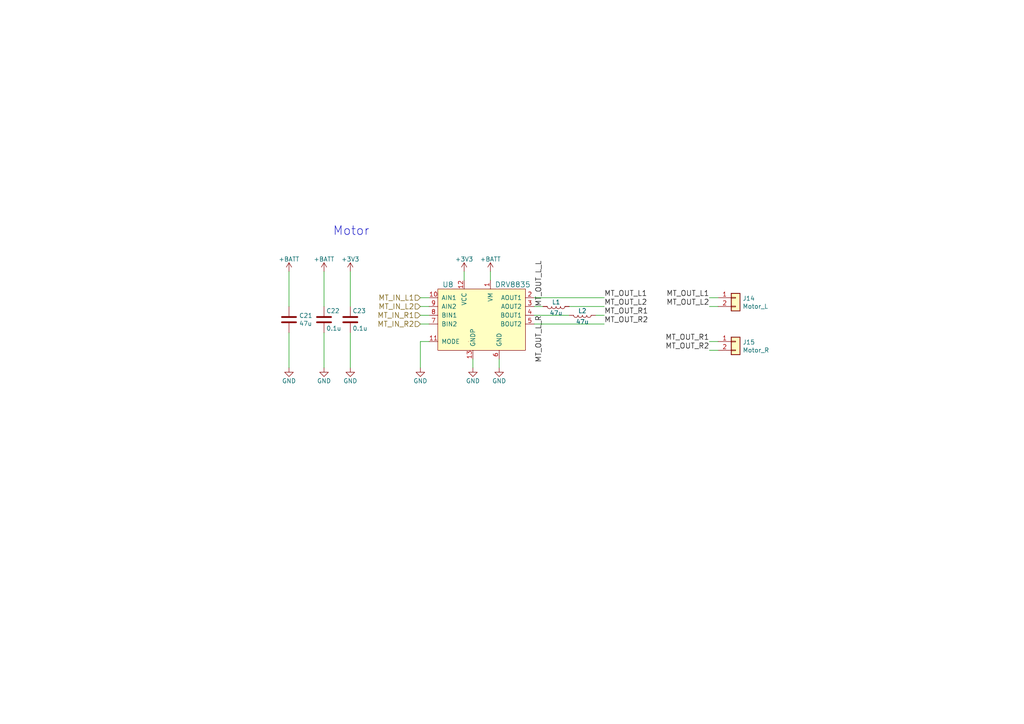
<source format=kicad_sch>
(kicad_sch (version 20230121) (generator eeschema)
  (paper "A4")
  (lib_symbols
    (symbol "KERISE-rescue:+3.3V-power-KERISE-rescue-KERISE-rescue" (power) (pin_names (offset 0))
      (property "Value" "+3.3V-power-KERISE-rescue-KERISE-rescue" (at 0 3.556 0))
      (symbol "+3.3V-power-KERISE-rescue-KERISE-rescue_0_1"
        (polyline (pts (xy -0.762 1.27) (xy 0 2.54)))
        (polyline (pts (xy 0 0) (xy 0 2.54)))
        (polyline (pts (xy 0 2.54) (xy 0.762 1.27)))
      )
      (symbol "+3.3V-power-KERISE-rescue-KERISE-rescue_1_1"
        (pin power_in line (at 0 0 90) (length 0) hide (name "+3V3") (number "1"))
      )
    )
    (symbol "KERISE-rescue:+BATT-power-KERISE-rescue-KERISE-rescue" (power) (pin_names (offset 0))
      (property "Value" "+BATT-power-KERISE-rescue-KERISE-rescue" (at 0 3.556 0))
      (symbol "+BATT-power-KERISE-rescue-KERISE-rescue_0_1"
        (polyline (pts (xy -0.762 1.27) (xy 0 2.54)))
        (polyline (pts (xy 0 0) (xy 0 2.54)))
        (polyline (pts (xy 0 2.54) (xy 0.762 1.27)))
      )
      (symbol "+BATT-power-KERISE-rescue-KERISE-rescue_1_1"
        (pin power_in line (at 0 0 90) (length 0) hide (name "+BATT") (number "1"))
      )
    )
    (symbol "KERISE-rescue:C-Device-KERISE-rescue-KERISE-rescue" (pin_numbers hide) (pin_names (offset 0.254))
      (property "Reference" "C" (at 0.635 2.54 0))
      (property "Value" "C-Device-KERISE-rescue-KERISE-rescue" (at 0.635 -2.54 0))
      (symbol "C-Device-KERISE-rescue-KERISE-rescue_0_1"
        (polyline (pts (xy -2.032 -0.762) (xy 2.032 -0.762)) (stroke (width 0.508)))
        (polyline (pts (xy -2.032 0.762) (xy 2.032 0.762)) (stroke (width 0.508)))
      )
      (symbol "C-Device-KERISE-rescue-KERISE-rescue_1_1"
        (pin passive line (at 0 3.81 270) (length 2.794) (name "~") (number "1"))
        (pin passive line (at 0 -3.81 90) (length 2.794) (name "~") (number "2"))
      )
    )
    (symbol "KERISE-rescue:Conn_01x02-Connector_Generic-KERISE-rescue-KERISE-rescue" (pin_names (offset 1.016) hide)
      (property "Reference" "J" (at 0 2.54 0))
      (property "Value" "Conn_01x02-Connector_Generic-KERISE-rescue-KERISE-rescue" (at 0 -5.08 0))
      (symbol "Conn_01x02-Connector_Generic-KERISE-rescue-KERISE-rescue_1_1"
        (rectangle (start -1.27 -2.413) (end 0 -2.667) (stroke (width 0.1524)))
        (rectangle (start -1.27 0.127) (end 0 -0.127) (stroke (width 0.1524)))
        (rectangle (start -1.27 1.27) (end 1.27 -3.81) (stroke (width 0.254)) (fill (type background)))
        (pin passive line (at -5.08 0 0) (length 3.81) (name "Pin_1") (number "1"))
        (pin passive line (at -5.08 -2.54 0) (length 3.81) (name "Pin_2") (number "2"))
      )
    )
    (symbol "KERISE-rescue:GND-power-KERISE-rescue-KERISE-rescue" (power) (pin_names (offset 0))
      (property "Value" "GND-power-KERISE-rescue-KERISE-rescue" (at 0 -3.81 0))
      (symbol "GND-power-KERISE-rescue-KERISE-rescue_0_1"
        (polyline (pts (xy 0 0) (xy 0 -1.27) (xy 1.27 -1.27) (xy 0 -2.54) (xy -1.27 -1.27) (xy 0 -1.27)))
      )
      (symbol "GND-power-KERISE-rescue-KERISE-rescue_1_1"
        (pin power_in line (at 0 0 270) (length 0) hide (name "GND") (number "1"))
      )
    )
    (symbol "KERISE-rescue:L-Device-KERISE-rescue-KERISE-rescue" (pin_numbers hide) (pin_names (offset 1.016) hide)
      (property "Reference" "L" (at -1.27 0 90))
      (property "Value" "L-Device-KERISE-rescue-KERISE-rescue" (at 1.905 0 90))
      (symbol "L-Device-KERISE-rescue-KERISE-rescue_0_1"
        (arc (start 0 -2.54) (mid 0.6323 -1.905) (end 0 -1.27))
        (arc (start 0 -1.27) (mid 0.6323 -0.635) (end 0 0))
        (arc (start 0 0) (mid 0.6323 0.635) (end 0 1.27))
        (arc (start 0 1.27) (mid 0.6323 1.905) (end 0 2.54))
      )
      (symbol "L-Device-KERISE-rescue-KERISE-rescue_1_1"
        (pin passive line (at 0 3.81 270) (length 1.27) (name "1") (number "1"))
        (pin passive line (at 0 -3.81 90) (length 1.27) (name "2") (number "2"))
      )
    )
    (symbol "KERISE:DRV8835" (pin_names (offset 1.016))
      (property "Reference" "U" (at -11.43 8.89 0))
      (property "Value" "DRV8835" (at 3.81 8.89 0))
      (symbol "DRV8835_0_1"
        (rectangle (start -12.7 7.62) (end 12.7 -10.16) (fill (type background)))
        (rectangle (start -3.81 -7.62) (end -3.81 -7.62))
      )
      (symbol "DRV8835_1_1"
        (pin power_in line (at 2.54 10.16 270) (length 2.54) (name "VM") (number "1"))
        (pin input line (at -15.24 5.08 0) (length 2.54) (name "AIN1") (number "10"))
        (pin input line (at -15.24 -7.62 0) (length 2.54) (name "MODE") (number "11"))
        (pin power_in line (at -5.08 10.16 270) (length 2.54) (name "VCC") (number "12"))
        (pin power_in line (at -2.54 -12.7 90) (length 2.54) (name "GNDP") (number "13"))
        (pin passive line (at 15.24 5.08 180) (length 2.54) (name "AOUT1") (number "2"))
        (pin passive line (at 15.24 2.54 180) (length 2.54) (name "AOUT2") (number "3"))
        (pin passive line (at 15.24 0 180) (length 2.54) (name "BOUT1") (number "4"))
        (pin passive line (at 15.24 -2.54 180) (length 2.54) (name "BOUT2") (number "5"))
        (pin power_in line (at 5.08 -12.7 90) (length 2.54) (name "GND") (number "6"))
        (pin input line (at -15.24 -2.54 0) (length 2.54) (name "BIN2") (number "7"))
        (pin input line (at -15.24 0 0) (length 2.54) (name "BIN1") (number "8"))
        (pin input line (at -15.24 2.54 0) (length 2.54) (name "AIN2") (number "9"))
      )
    )
  )
  (wire (pts (xy 154.94 93.98) (xy 175.26 93.98)))
  (wire (pts (xy 101.6 88.9) (xy 101.6 78.74)))
  (wire (pts (xy 208.28 88.9) (xy 205.74 88.9)))
  (wire (pts (xy 208.28 99.06) (xy 205.74 99.06)))
  (wire (pts (xy 134.62 78.74) (xy 134.62 81.28)))
  (wire (pts (xy 121.92 86.36) (xy 124.46 86.36)))
  (wire (pts (xy 124.46 93.98) (xy 121.92 93.98)))
  (wire (pts (xy 205.74 101.6) (xy 208.28 101.6)))
  (wire (pts (xy 83.82 78.74) (xy 83.82 88.9)))
  (wire (pts (xy 121.92 106.68) (xy 121.92 99.06)))
  (wire (pts (xy 137.16 106.68) (xy 137.16 104.14)))
  (wire (pts (xy 83.82 106.68) (xy 83.82 96.52)))
  (wire (pts (xy 124.46 88.9) (xy 121.92 88.9)))
  (wire (pts (xy 154.94 86.36) (xy 175.26 86.36)))
  (wire (pts (xy 154.94 91.44) (xy 165.1 91.44)))
  (wire (pts (xy 93.98 106.68) (xy 93.98 96.52)))
  (wire (pts (xy 121.92 91.44) (xy 124.46 91.44)))
  (wire (pts (xy 157.48 88.9) (xy 154.94 88.9)))
  (wire (pts (xy 165.1 88.9) (xy 175.26 88.9)))
  (wire (pts (xy 144.78 106.68) (xy 144.78 104.14)))
  (wire (pts (xy 121.92 99.06) (xy 124.46 99.06)))
  (wire (pts (xy 205.74 86.36) (xy 208.28 86.36)))
  (wire (pts (xy 142.24 78.74) (xy 142.24 81.28)))
  (wire (pts (xy 101.6 96.52) (xy 101.6 106.68)))
  (wire (pts (xy 172.72 91.44) (xy 175.26 91.44)))
  (wire (pts (xy 93.98 88.9) (xy 93.98 78.74)))
  (text "Motor" (at 96.52 68.58 0) (effects (font (size 2.54 2.54)) (justify left bottom)))
  (label "MT_OUT_R2" (at 175.26 93.98 0) (effects (font (size 1.524 1.524))))
  (label "MT_OUT_L_R" (at 157.48 91.44 270) (effects (font (size 1.524 1.524))))
  (label "MT_OUT_R1" (at 175.26 91.44 0) (effects (font (size 1.524 1.524))))
  (label "MT_OUT_L_L" (at 157.48 88.9 90) (effects (font (size 1.524 1.524))))
  (label "MT_OUT_L1" (at 175.26 86.36 0) (effects (font (size 1.524 1.524))))
  (label "MT_OUT_L1" (at 205.74 86.36 180) (effects (font (size 1.524 1.524))))
  (label "MT_OUT_R1" (at 205.74 99.06 180) (effects (font (size 1.524 1.524))))
  (label "MT_OUT_L2" (at 205.74 88.9 180) (effects (font (size 1.524 1.524))))
  (label "MT_OUT_L2" (at 175.26 88.9 0) (effects (font (size 1.524 1.524))))
  (label "MT_OUT_R2" (at 205.74 101.6 180) (effects (font (size 1.524 1.524))))
  (hierarchical_label "MT_IN_L1" (shape input) (at 121.92 86.36 180) (effects (font (size 1.524 1.524))))
  (hierarchical_label "MT_IN_R2" (shape input) (at 121.92 93.98 180) (effects (font (size 1.524 1.524))))
  (hierarchical_label "MT_IN_L2" (shape input) (at 121.92 88.9 180) (effects (font (size 1.524 1.524))))
  (hierarchical_label "MT_IN_R1" (shape input) (at 121.92 91.44 180) (effects (font (size 1.524 1.524))))
  (symbol (lib_id "KERISE:DRV8835") (at 139.7 91.44 0) (unit 1)
    (property "Reference" "U8" (at 128.27 82.55 0) (effects (font (size 1.524 1.524)) (justify left)))
    (property "Value" "DRV8835" (at 143.51 82.55 0) (effects (font (size 1.524 1.524)) (justify left)))
    (property "Footprint" "mouse:DRV8835" (effects hide))
  )
  (symbol (lib_id "KERISE-rescue:GND-power-KERISE-rescue-KERISE-rescue") (at 121.92 106.68 0) (unit 1)
    (property "Reference" "#PWR061" (effects hide))
    (property "Value" "GND" (at 121.92 110.49 0))
  )
  (symbol (lib_id "KERISE-rescue:C-Device-KERISE-rescue-KERISE-rescue") (at 101.6 92.71 0) (unit 1)
    (property "Reference" "C23" (at 102.235 90.17 0) (effects (justify left)))
    (property "Value" "0.1u" (at 102.235 95.25 0) (effects (justify left)))
    (property "Footprint" "Capacitor_SMD:C_0201_0603Metric" (effects hide))
  )
  (symbol (lib_id "KERISE-rescue:+BATT-power-KERISE-rescue-KERISE-rescue") (at 142.24 78.74 0) (unit 1)
    (property "Reference" "#PWR064" (effects hide))
    (property "Value" "+BATT" (at 142.24 75.184 0))
  )
  (symbol (lib_id "KERISE-rescue:+3.3V-power-KERISE-rescue-KERISE-rescue") (at 134.62 78.74 0) (unit 1)
    (property "Reference" "#PWR062" (effects hide))
    (property "Value" "+3.3V" (at 134.62 75.184 0))
    (instances (project "KERISE" (path "" (reference "#PWR062") (unit 1)) (path "" (reference "#PWR?") (unit 1))))
  )
  (symbol (lib_id "KERISE-rescue:+3.3V-power-KERISE-rescue-KERISE-rescue") (at 101.6 78.74 0) (unit 1)
    (property "Reference" "#PWR059" (effects hide))
    (property "Value" "+3.3V" (at 101.6 75.184 0))
    (instances (project "KERISE" (path "" (reference "#PWR059") (unit 1)) (path "" (reference "#PWR?") (unit 1))))
  )
  (symbol (lib_id "KERISE-rescue:+BATT-power-KERISE-rescue-KERISE-rescue") (at 93.98 78.74 0) (unit 1)
    (property "Reference" "#PWR057" (effects hide))
    (property "Value" "+BATT" (at 93.98 75.184 0))
  )
  (symbol (lib_id "KERISE-rescue:C-Device-KERISE-rescue-KERISE-rescue") (at 93.98 92.71 0) (unit 1)
    (property "Reference" "C22" (at 94.615 90.17 0) (effects (justify left)))
    (property "Value" "0.1u" (at 94.615 95.25 0) (effects (justify left)))
    (property "Footprint" "Capacitor_SMD:C_0201_0603Metric" (effects hide))
  )
  (symbol (lib_id "KERISE-rescue:L-Device-KERISE-rescue-KERISE-rescue") (at 161.29 88.9 270) (unit 1)
    (property "Reference" "L1" (at 161.29 87.63 90))
    (property "Value" "47u" (at 161.29 90.805 90))
    (property "Footprint" "mouse:L_4018" (effects hide))
  )
  (symbol (lib_id "KERISE-rescue:L-Device-KERISE-rescue-KERISE-rescue") (at 168.91 91.44 270) (unit 1)
    (property "Reference" "L2" (at 168.91 90.17 90))
    (property "Value" "47u" (at 168.91 93.345 90))
    (property "Footprint" "mouse:L_4018" (effects hide))
  )
  (symbol (lib_id "KERISE-rescue:Conn_01x02-Connector_Generic-KERISE-rescue-KERISE-rescue") (at 213.36 86.36 0) (unit 1)
    (property "Reference" "J14" (at 215.3666 86.5632 0) (effects (justify left)))
    (property "Value" "Motor_L" (at 215.3666 88.8746 0) (effects (justify left)))
    (property "Footprint" "mouse:SMD_conn_2" (effects hide))
  )
  (symbol (lib_id "KERISE-rescue:Conn_01x02-Connector_Generic-KERISE-rescue-KERISE-rescue") (at 213.36 99.06 0) (unit 1)
    (property "Reference" "J15" (at 215.392 99.2632 0) (effects (justify left)))
    (property "Value" "Motor_R" (at 215.392 101.5746 0) (effects (justify left)))
    (property "Footprint" "mouse:SMD_conn_2" (effects hide))
  )
  (symbol (lib_id "KERISE-rescue:GND-power-KERISE-rescue-KERISE-rescue") (at 144.78 106.68 0) (unit 1)
    (property "Reference" "#PWR065" (effects hide))
    (property "Value" "GND" (at 144.78 110.49 0))
  )
  (symbol (lib_id "KERISE-rescue:GND-power-KERISE-rescue-KERISE-rescue") (at 101.6 106.68 0) (unit 1)
    (property "Reference" "#PWR060" (effects hide))
    (property "Value" "GND" (at 101.6 110.49 0))
  )
  (symbol (lib_id "KERISE-rescue:GND-power-KERISE-rescue-KERISE-rescue") (at 93.98 106.68 0) (unit 1)
    (property "Reference" "#PWR058" (effects hide))
    (property "Value" "GND" (at 93.98 110.49 0))
  )
  (symbol (lib_id "KERISE-rescue:GND-power-KERISE-rescue-KERISE-rescue") (at 137.16 106.68 0) (unit 1)
    (property "Reference" "#PWR063" (effects hide))
    (property "Value" "GND" (at 137.16 110.49 0))
  )
  (symbol (lib_id "KERISE-rescue:C-Device-KERISE-rescue-KERISE-rescue") (at 83.82 92.71 0) (unit 1)
    (property "Reference" "C21" (at 86.741 91.5416 0) (effects (justify left)))
    (property "Value" "47u" (at 86.741 93.853 0) (effects (justify left)))
    (property "Footprint" "Capacitor_SMD:C_0805_2012Metric" (effects hide))
  )
  (symbol (lib_id "KERISE-rescue:GND-power-KERISE-rescue-KERISE-rescue") (at 83.82 106.68 0) (unit 1)
    (property "Reference" "#PWR056" (effects hide))
    (property "Value" "GND" (at 83.82 110.49 0))
  )
  (symbol (lib_id "KERISE-rescue:+BATT-power-KERISE-rescue-KERISE-rescue") (at 83.82 78.74 0) (unit 1)
    (property "Reference" "#PWR055" (effects hide))
    (property "Value" "+BATT" (at 83.82 75.184 0))
  )
)
</source>
